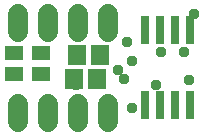
<source format=gbr>
G04 EAGLE Gerber RS-274X export*
G75*
%MOMM*%
%FSLAX34Y34*%
%LPD*%
%INSoldermask Top*%
%IPPOS*%
%AMOC8*
5,1,8,0,0,1.08239X$1,22.5*%
G01*
%ADD10R,1.503200X1.703200*%
%ADD11C,1.727200*%
%ADD12R,1.503200X1.303200*%
%ADD13R,0.703200X2.403200*%
%ADD14C,0.959600*%


D10*
X90000Y56900D03*
X71000Y56900D03*
X73500Y76800D03*
X92500Y76800D03*
D11*
X23000Y35920D02*
X23000Y20680D01*
X48400Y20680D02*
X48400Y35920D01*
X73800Y35920D02*
X73800Y20680D01*
X99200Y20680D02*
X99200Y35920D01*
X23000Y96880D02*
X23000Y112120D01*
X48400Y112120D02*
X48400Y96880D01*
X73800Y96880D02*
X73800Y112120D01*
X99200Y112120D02*
X99200Y96880D01*
D12*
X19700Y79100D03*
X42700Y61100D03*
X42700Y79100D03*
X19700Y61100D03*
D13*
X130950Y34860D03*
X143550Y34860D03*
X156250Y34860D03*
X168950Y34860D03*
X130950Y97940D03*
X143650Y97940D03*
X156350Y97940D03*
X169050Y97940D03*
D14*
X119709Y72291D03*
X144000Y80000D03*
X172000Y112000D03*
X112900Y56900D03*
X168000Y56000D03*
X120000Y32000D03*
X107574Y64426D03*
X116000Y88000D03*
X164000Y80000D03*
X72000Y52000D03*
X140000Y52000D03*
M02*

</source>
